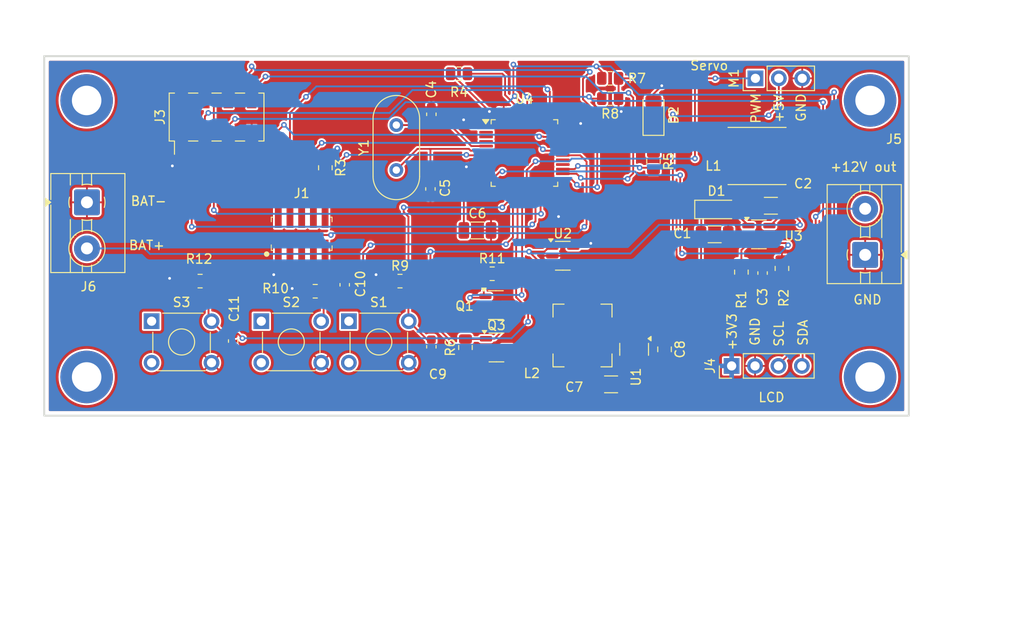
<source format=kicad_pcb>
(kicad_pcb (version 20240108) (generator "pcbnew") (generator_version "8.0")
  (layers (0 "F.Cu" signal) (31 "B.Cu" signal) (34 "B.Paste" user) (35 "F.Paste" user) (36 "B.SilkS" user "B.Silkscreen") (37 "F.SilkS" user "F.Silkscreen") (38 "B.Mask" user) (39 "F.Mask" user) (44 "Edge.Cuts" user))
  (net 0 "")
  (net 1 "GND")
  (net 2 "+12V")
  (net 3 "Net-(D1-A)")
  (net 4 "+3.3V")
  (net 5 "Net-(U3-FB)")
  (net 12 "/DBG_RX")
  (net 13 "/NRST")
  (net 15 "/DBG_TX")
  (net 33 "/SDA")
  (net 34 "/SCL")
  (net 35 "Net-(U4-PA5)")
  (net 36 "Net-(U4-PA6)")
  (net 37 "Net-(U4-PA7)")
  (net 38 "/Solenoid En")
  (net 39 "/SWCLK")
  (net 40 "/SWDIO")
  (net 41 "Net-(D2-K)")
  (net 42 "Net-(U4-BOOT0)")
  (net 43 "Net-(U4-PB14)")
  (net 44 "+BATT")
  (net 45 "Net-(U4-PD0)")
  (net 46 "Net-(U4-PD1)")
  (net 47 "+5V")
  (net 48 "Net-(U1-SW)")
  (net 49 "/Servo")
  (net 50 "Net-(J3-Pin_8)")
  (net 51 "Net-(J3-Pin_2)")
  (net 52 "Net-(J3-Pin_4)")
  (net 53 "Net-(J3-Pin_6)")
  (net 54 "/5V en")
  (net 56 "Net-(Q3-D)")
  (net 57 "Net-(Q1-D)")
  (footprint "2s_misc:SW_TH_Tactile_Omron_B3F-1052" (layer "F.Cu") (at 179.7 130.2)
    (property "Reference" "S1")
    (property "Value" "B3F-1056")
  )
  (footprint "2s_connectors:TerminalBlock_MaiXu_MX126-5.0-02P_1x02_P5.00mm" (layer "F.Cu") (at 232.4675 120.75 90)
    (property "Reference" "J5")
    (property "Value" "Screw_Terminal_01x02")
  )
  (footprint "Resistor_SMD:R_0805_2012Metric" (layer "F.Cu") (at 204.8 103.8 180)
    (property "Reference" "R8")
    (property "Value" "10k_0805")
  )
  (footprint "Crystal:Crystal_HC49-U_Vertical" (layer "F.Cu") (at 181.6 111.55 90)
    (property "Reference" "Y1")
    (property "Value" "8 MHz")
  )
  (footprint "2s_connectors:TerminalBlock_MaiXu_MX126-5.0-02P_1x02_P5.00mm" (layer "F.Cu") (at 148.0325 115.05 -90)
    (property "Reference" "J6")
    (property "Value" "Screw_Terminal_01x02")
  )
  (footprint "MountingHole:MountingHole_3.2mm_M3_ISO7380_Pad" (layer "F.Cu") (at 148 104)
    (property "Reference" "H1" (hide yes))
    (property "Value" "MountingHole")
  )
  (footprint "2s_connectors:PinHeader_2x5_P1.27_SMD" (layer "F.Cu") (at 171.33 118.465)
    (property "Reference" "J1")
    (property "Value" "2s_cortex-m-10-pin")
  )
  (footprint "Resistor_SMD:R_0805_2012Metric" (layer "F.Cu") (at 223.4375 122.225 90)
    (property "Reference" "R2")
    (property "Value" "13.3k_0805")
  )
  (footprint "Package_TO_SOT_SMD:SOT-23-3" (layer "F.Cu") (at 192.4 126.2)
    (property "Reference" "Q1")
    (property "Value" "BSS138")
  )
  (footprint "Resistor_SMD:R_0805_2012Metric" (layer "F.Cu") (at 173.9 111.3 -90)
    (property "Reference" "R3")
    (property "Value" "47k_0805")
  )
  (footprint "Resistor_SMD:R_0805_2012Metric" (layer "F.Cu") (at 209.5 110.6 -90)
    (property "Reference" "R5")
    (property "Value" "1.2k_0805")
  )
  (footprint "MountingHole:MountingHole_3.2mm_M3_ISO7380_Pad" (layer "F.Cu") (at 233 134)
    (property "Reference" "H3" (hide yes))
    (property "Value" "MountingHole")
  )
  (footprint "Capacitor_SMD:C_0603_1608Metric" (layer "F.Cu") (at 176 124 90)
    (property "Reference" "C10")
    (property "Value" "100nF_0603_16V")
  )
  (footprint "Resistor_SMD:R_0805_2012Metric" (layer "F.Cu") (at 182 123.6)
    (property "Reference" "R9")
    (property "Value" "10k_0805")
  )
  (footprint "LED_SMD:LED_1206_3216Metric" (layer "F.Cu") (at 209.5 105.5 90)
    (property "Reference" "D2")
    (property "Value" "Green LED")
  )
  (footprint "Connector_PinHeader_2.54mm:PinHeader_1x03_P2.54mm_Vertical" (layer "F.Cu") (at 220.56 101.6 90)
    (property "Reference" "M1")
    (property "Value" "Motor_Servo")
  )
  (footprint "Capacitor_SMD:C_1206_3216Metric" (layer "F.Cu") (at 216.1375 118.525)
    (property "Reference" "C1")
    (property "Value" "4.7uF_1206_lowESR")
  )
  (footprint "2s_misc:L_Taiyo-Yuden_NR-60xx" (layer "F.Cu") (at 220.7375 110.025 180)
    (property "Reference" "L1")
    (property "Value" "33uH")
  )
  (footprint "Capacitor_SMD:C_0603_1608Metric" (layer "F.Cu") (at 221.3375 122.725 90)
    (property "Reference" "C3")
    (property "Value" "220pF_0603_25V")
  )
  (footprint "Connector_PinHeader_2.54mm:PinHeader_1x04_P2.54mm_Vertical" (layer "F.Cu") (at 217.98 132.8 90)
    (property "Reference" "J4")
    (property "Value" "Conn_header_01x04_THT_2.54mm")
  )
  (footprint "Diode_SMD:D_SOD-123" (layer "F.Cu") (at 216.3375 115.825)
    (property "Reference" "D1")
    (property "Value" "MBR0520")
  )
  (footprint "Inductor_SMD:L_Bourns-SRN6028" (layer "F.Cu") (at 201.8 129.5 90)
    (property "Reference" "L2")
    (property "Value" "4.7 uH")
  )
  (footprint "MountingHole:MountingHole_3.2mm_M3_ISO7380_Pad" (layer "F.Cu") (at 233 104)
    (property "Reference" "H2" (hide yes))
    (property "Value" "MountingHole")
  )
  (footprint "Capacitor_SMD:C_0603_1608Metric" (layer "F.Cu") (at 185.4 130.725 -90)
    (property "Reference" "C9")
    (property "Value" "100nF_0603_16V")
  )
  (footprint "Capacitor_SMD:C_0603_1608Metric" (layer "F.Cu") (at 185.4 105.5 -90)
    (property "Reference" "C4")
    (property "Value" "12pF_0603_50V")
  )
  (footprint "2s_misc:SW_TH_Tactile_Omron_B3F-1052" (layer "F.Cu") (at 170.2 130.2)
    (property "Reference" "S2")
    (property "Value" "B3F-1056")
  )
  (footprint "Connector_PinHeader_2.54mm:PinHeader_2x04_P2.54mm_Vertical_SMD" (layer "F.Cu") (at 162.1 105.8 90)
    (property "Reference" "J3")
    (property "Value" "2x4 male header 2.54 mm")
  )
  (footprint "Capacitor_SMD:C_1206_3216Metric" (layer "F.Cu") (at 222.2375 115.425 180)
    (property "Reference" "C2")
    (property "Value" "2.2uF_1206_25V")
  )
  (footprint "Package_TO_SOT_SMD:SOT-23" (layer "F.Cu") (at 207.4 131 -90)
    (property "Reference" "U1")
    (property "Value" "TPS613222ADBZ")
  )
  (footprint "Package_TO_SOT_SMD:SOT-23-3" (layer "F.Cu") (at 192.4625 130.8)
    (property "Reference" "Q3")
    (property "Value" "DMG2305UX-13")
  )
  (footprint "MountingHole:MountingHole_3.2mm_M3_ISO7380_Pad" (layer "F.Cu") (at 148 134)
    (property "Reference" "H4" (hide yes))
    (property "Value" "MountingHole")
  )
  (footprint "Resistor_SMD:R_0805_2012Metric" (layer "F.Cu") (at 172.8 124.7)
    (property "Reference" "R10")
    (property "Value" "10k_0805")
  )
  (footprint "Capacitor_SMD:C_1206_3216Metric" (layer "F.Cu") (at 190.4 118.1)
    (property "Reference" "C6")
    (property "Value" "2.2uF_1206_25V")
  )
  (footprint "2s_misc:SW_TH_Tactile_Omron_B3F-1052" (layer "F.Cu") (at 158.3 130.2)
    (property "Reference" "S3")
    (property "Value" "B3F-1056")
  )
  (footprint "Capacitor_SMD:C_1206_3216Metric" (layer "F.Cu") (at 204.9 134.8)
    (property "Reference" "C7")
    (property "Value" "2.2uF_1206_25V")
  )
  (footprint "Resistor_SMD:R_0805_2012Metric" (layer "F.Cu") (at 189.1 130.8 90)
    (property "Reference" "R6")
    (property "Value" "47k_0805")
  )
  (footprint "Package_QFP:LQFP-48_7x7mm_P0.5mm" (layer "F.Cu") (at 195.5 109.7)
    (property "Reference" "U4")
    (property "Value" "STM32F103C8Tx")
  )
  (footprint "Package_TO_SOT_SMD:SOT-23-5" (layer "F.Cu") (at 220.9375 118.525)
    (property "Reference" "U3")
    (property "Value" "LM2733XMF")
  )
  (footprint "Resistor_SMD:R_0805_2012Metric" (layer "F.Cu") (at 219.0375 122.625 90)
    (property "Reference" "R1")
    (property "Value" "115k_0805")
  )
  (footprint "Resistor_SMD:R_0805_2012Metric" (layer "F.Cu") (at 204.8 101.6 180)
    (property "Reference" "R7")
    (property "Value" "10k_0805")
  )
  (footprint "Capacitor_SMD:C_0805_2012Metric" (layer "F.Cu") (at 210.7 131 -90)
    (property "Reference" "C8")
    (property "Value" "22uF_0805_6.3V")
  )
  (footprint "Resistor_SMD:R_0805_2012Metric" (layer "F.Cu") (at 192 122.8)
    (property "Reference" "R11")
    (property "Value" "47k_0805")
  )
  (footprint "Package_TO_SOT_SMD:SOT-23-5" (layer "F.Cu") (at 199.6625 120.85)
    (property "Reference" "U2")
    (property "Value" "TLV75533PDBVR")
  )
  (footprint "Capacitor_SMD:C_0603_1608Metric" (layer "F.Cu") (at 185.3 113.6 90)
    (property "Reference" "C5")
    (property "Value" "12pF_0603_50V")
  )
  (footprint "Capacitor_SMD:C_0603_1608Metric" (layer "F.Cu") (at 163.9 130.1 -90)
    (property "Reference" "C11")
    (property "Value" "100nF_0603_16V")
  )
  (footprint "Resistor_SMD:R_0805_2012Metric" (layer "F.Cu") (at 160.3125 123.6)
    (property "Reference" "R12")
    (property "Value" "10k_0805")
  )
  (footprint "Resistor_SMD:R_0805_2012Metric" (layer "F.Cu") (at 188.4 101.1)
    (property "Reference" "R4")
    (property "Value" "47k_0805")
  )
  (gr_rect (start 143.4 99.2) (end 237.2 138.2) (stroke (width 0.2)) (fill none) (layer "Edge.Cuts"))
  (gr_text "PWM" (at 221.2 106.6 90) (layer "F.SilkS") (effects (font (size 1 1)) (justify left bottom)))
  (gr_text "LCD" (at 220.8 136.8 0) (layer "F.SilkS") (effects (font (size 1 1)) (justify left bottom)))
  (gr_text "+12V out" (at 228.6 111.8 0) (layer "F.SilkS") (effects (font (size 1 1)) (justify left bottom)))
  (gr_text "GND" (at 226.1 106.4 90) (layer "F.SilkS") (effects (font (size 1 1)) (justify left bottom)))
  (gr_text "BAT+" (at 152.5 120.3 0) (layer "F.SilkS") (effects (font (size 1 1)) (justify left bottom)))
  (gr_text "SCL" (at 223.7 130.8 90) (layer "F.SilkS") (effects (font (size 1 1)) (justify left bottom)))
  (gr_text "SDA" (at 226.3 130.7 90) (layer "F.SilkS") (effects (font (size 1 1)) (justify left bottom)))
  (gr_text "GND" (at 221.1 130.7 90) (layer "F.SilkS") (effects (font (size 1 1)) (justify left bottom)))
  (gr_text "+5V" (at 223.7 106.5 90) (layer "F.SilkS") (effects (font (size 1 1)) (justify left bottom)))
  (gr_text "+3V3" (at 218.6 131.2 90) (layer "F.SilkS") (effects (font (size 1 1)) (justify left bottom)))
  (gr_text "BAT-" (at 152.7 115.5 0) (layer "F.SilkS") (effects (font (size 1 1)) (justify left bottom)))
  (gr_text "Servo" (at 213.4 100.8 0) (layer "F.SilkS") (effects (font (size 1 1)) (justify left bottom)))
  (gr_text "GND" (at 231.1 126.2 0) (layer "F.SilkS") (effects (font (size 1 1)) (justify left bottom)))
  (segment (start 220.462499 118.525) (end 219.8 118.525) (width 0.2) (layer "F.Cu") (net 1))
  (segment (start 222.609448 121.3125) (end 223.4375 121.3125) (width 0.2) (layer "F.Cu") (net 1))
  (segment (start 220.7625 115.425) (end 220.7625 118.225) (width 0.2) (layer "F.Cu") (net 1))
  (segment (start 206.375 132.9625) (end 207.4 131.9375) (width 0.2) (layer "F.Cu") (net 1))
  (segment (start 220.7625 118.225) (end 220.7625 119.465552) (width 0.2) (layer "F.Cu") (net 1))
  (segment (start 220.7625 119.465552) (end 222.609448 121.3125) (width 0.2) (layer "F.Cu") (net 1))
  (segment (start 220.7625 118.225) (end 220.7625 118.224999) (width 0.2) (layer "F.Cu") (net 1))
  (segment (start 220.7625 118.224999) (end 220.462499 118.525) (width 0.2) (layer "F.Cu") (net 1))
  (segment (start 206.375 134.8) (end 206.375 132.9625) (width 0.2) (layer "F.Cu") (net 1))
  (segment (start 219.8 118.525) (end 217.6125 118.525) (width 0.2) (layer "F.Cu") (net 1))
  (segment (start 214.6875 115.825) (end 214.6875 118.5) (width 0.2) (layer "F.Cu") (net 2))
  (segment (start 221.3375 123.5) (end 219.075 123.5) (width 0.2) (layer "F.Cu") (net 2))
  (segment (start 215.75 123.5375) (end 219.0375 123.5375) (width 0.2) (layer "F.Cu") (net 2))
  (segment (start 224.5 124.6) (end 222.4375 124.6) (width 0.2) (layer "F.Cu") (net 2))
  (segment (start 227.1 116.6) (end 227.1 122) (width 0.2) (layer "F.Cu") (net 2))
  (segment (start 222.4375 124.6) (end 221.3375 123.5) (width 0.2) (layer "F.Cu") (net 2))
  (segment (start 227.1 122) (end 224.5 124.6) (width 0.2) (layer "F.Cu") (net 2))
  (segment (start 214.6625 122.45) (end 215.75 123.5375) (width 0.2) (layer "F.Cu") (net 2))
  (segment (start 214.6875 118.5) (end 214.6625 118.525) (width 0.2) (layer "F.Cu") (net 2))
  (segment (start 219.075 123.5) (end 219.0375 123.5375) (width 0.2) (layer "F.Cu") (net 2))
  (segment (start 214.6625 118.525) (end 214.6625 122.45) (width 0.2) (layer "F.Cu") (net 2))
  (via (at 227.1 116.6) (size 0.6) (drill 0.3) (layers "F.Cu" "B.Cu") (net 2))
  (segment (start 232.4675 115.75) (end 227.95 115.75) (width 0.2) (layer "B.Cu") (net 2))
  (segment (start 227.95 115.75) (end 227.1 116.6) (width 0.2) (layer "B.Cu") (net 2))
  (segment (start 218.05 115.825) (end 217.9875 115.825) (width 0.2) (layer "F.Cu") (net 3))
  (segment (start 218.3875 116.1625) (end 218.3875 110.025) (width 0.2) (layer "F.Cu") (net 3))
  (segment (start 219.8 117.575) (end 218.3875 116.1625) (width 0.2) (layer "F.Cu") (net 3))
  (segment (start 219.8 117.575) (end 218.05 115.825) (width 0.2) (layer "F.Cu") (net 3))
  (segment (start 188.925 111.475) (end 189.2 111.2) (width 0.2) (layer "F.Cu") (net 4))
  (segment (start 187.6 101.1) (end 191.7 105.2) (width 0.2) (layer "F.Cu") (net 4))
  (segment (start 209.5 103.3) (end 210.4 102.4) (width 0.2) (layer "F.Cu") (net 4))
  (segment (start 192.0375 105.5375) (end 191.7 105.2) (width 0.2) (layer "F.Cu") (net 4))
  (segment (start 200.8 119.9) (end 202.3 119.9) (width 0.2) (layer "F.Cu") (net 4))
  (segment (start 205.7125 101.6) (end 206.9 101.6) (width 0.2) (layer "F.Cu") (net 4))
  (segment (start 198.25 115.65) (end 199.2 116.6) (width 0.2) (layer "F.Cu") (net 4))
  (segment (start 189.45 110.95) (end 189.2 111.2) (width 0.2) (layer "F.Cu") (net 4))
  (segment (start 170.6 124.7) (end 170.3 124.4) (width 0.2) (layer "F.Cu") (net 4))
  (segment (start 189.75 106.95) (end 188.9 106.1) (width 0.2) (layer "F.Cu") (net 4))
  (segment (start 192.75 105.5375) (end 192.0375 105.5375) (width 0.2) (layer "F.Cu") (net 4))
  (segment (start 206.9 101.6) (end 207.1 101.4) (width 0.2) (layer "F.Cu") (net 4))
  (segment (start 157.3 123.6) (end 157 123.3) (width 0.2) (layer "F.Cu") (net 4))
  (segment (start 205.7125 103.8) (end 205.7125 101.6) (width 0.2) (layer "F.Cu") (net 4))
  (segment (start 205.7125 104.9125) (end 206 105.2) (width 0.2) (layer "F.Cu") (net 4))
  (segment (start 174.0125 110.3875) (end 175.2 109.2) (width 0.2) (layer "F.Cu") (net 4))
  (segment (start 188.925 118.1) (end 188.925 111.475) (width 0.2) (layer "F.Cu") (net 4))
  (segment (start 191.3375 106.95) (end 189.75 106.95) (width 0.2) (layer "F.Cu") (net 4))
  (segment (start 168.79 122.41) (end 168.3 122.9) (width 0.2) (layer "F.Cu") (net 4))
  (segment (start 201.15 106.95) (end 201.6 106.5) (width 0.2) (layer "F.Cu") (net 4))
  (segment (start 168.79 120.5) (end 168.79 122.41) (width 0.2) (layer "F.Cu") (net 4))
  (segment (start 180.1 123.6) (end 179.4 122.9) (width 0.2) (layer "F.Cu") (net 4))
  (segment (start 209.5 104.1) (end 209.5 103.3) (width 0.2) (layer "F.Cu") (net 4))
  (segment (start 159.4 123.6) (end 157.3 123.6) (width 0.2) (layer "F.Cu") (net 4))
  (segment (start 199.6625 106.95) (end 201.15 106.95) (width 0.2) (layer "F.Cu") (net 4))
  (segment (start 198.25 113.8625) (end 198.25 115.65) (width 0.2) (layer "F.Cu") (net 4))
  (segment (start 202.3 119.9) (end 202.7 119.5) (width 0.2) (layer "F.Cu") (net 4))
  (segment (start 205.7125 103.8) (end 205.7125 104.9125) (width 0.2) (layer "F.Cu") (net 4))
  (segment (start 187.4875 101.1) (end 187.6 101.1) (width 0.2) (layer "F.Cu") (net 4))
  (segment (start 171.8875 124.7) (end 170.6 124.7) (width 0.2) (layer "F.Cu") (net 4))
  (segment (start 181.0875 123.6) (end 180.1 123.6) (width 0.2) (layer "F.Cu") (net 4))
  (segment (start 173.9 110.3875) (end 174.0125 110.3875) (width 0.2) (layer "F.Cu") (net 4))
  (segment (start 158.29 108.325) (end 158.29 110.11) (width 0.2) (layer "F.Cu") (net 4))
  (segment (start 158.29 110.11) (end 157.3 111.1) (width 0.2) (layer "F.Cu") (net 4))
  (segment (start 191.3375 110.95) (end 189.45 110.95) (width 0.2) (layer "F.Cu") (net 4))
  (via (at 179.4 122.9) (size 0.6) (drill 0.3) (layers "F.Cu" "B.Cu") (net 4))
  (via (at 202.7 119.5) (size 0.6) (drill 0.3) (layers "F.Cu" "B.Cu") (net 4))
  (via (at 170.3 124.4) (size 0.6) (drill 0.3) (layers "F.Cu" "B.Cu") (net 4))
  (via (at 206 105.2) (size 0.6) (drill 0.3) (layers "F.Cu" "B.Cu") (net 4))
  (via (at 175.2 109.2) (size 0.6) (drill 0.3) (layers "F.Cu" "B.Cu") (net 4))
  (via (at 207.1 101.4) (size 0.6) (drill 0.3) (layers "F.Cu" "B.Cu") (net 4))
  (via (at 199.2 116.6) (size 0.6) (drill 0.3) (layers "F.Cu" "B.Cu") (net 4))
  (via (at 201.6 106.5) (size 0.6) (drill 0.3) (layers "F.Cu" "B.Cu") (net 4))
  (via (at 191.7 105.2) (size 0.6) (drill 0.3) (layers "F.Cu" "B.Cu") (net 4))
  (via (at 157.3 111.1) (size 0.6) (drill 0.3) (layers "F.Cu" "B.Cu") (net 4))
  (via (at 157 123.3) (size 0.6) (drill 0.3) (layers "F.Cu" "B.Cu") (net 4))
  (via (at 188.9 106.1) (size 0.6) (drill 0.3) (layers "F.Cu" "B.Cu") (net 4))
  (via (at 189.2 111.2) (size 0.6) (drill 0.3) (layers "F.Cu" "B.Cu") (net 4))
  (via (at 168.3 122.9) (size 0.6) (drill 0.3) (layers "F.Cu" "B.Cu") (net 4))
  (via (at 210.4 102.4) (size 0.6) (drill 0.3) (layers "F.Cu" "B.Cu") (net 4))
  (segment (start 223.4375 123.1375) (end 222.525 123.1375) (width 0.2) (layer "F.Cu") (net 5))
  (segment (start 219.8 119.475) (end 219.0375 120.2375) (width 0.2) (layer "F.Cu") (net 5))
  (segment (start 220.825 121.7125) (end 219.0375 121.7125) (width 0.2) (layer "F.Cu") (net 5))
  (segment (start 219.0375 120.2375) (end 219.0375 121.7125) (width 0.2) (layer "F.Cu") (net 5))
  (segment (start 222.525 123.1375) (end 221.3375 121.95) (width 0.2) (layer "F.Cu") (net 5))
  (segment (start 221.0625 121.95) (end 220.825 121.7125) (width 0.2) (layer "F.Cu") (net 5))
  (segment (start 221.3375 121.95) (end 221.0625 121.95) (width 0.2) (layer "F.Cu") (net 5))
  (segment (start 197.5 109.3) (end 197.65 109.45) (width 0.2) (layer "F.Cu") (net 12))
  (segment (start 172.6 116.43) (end 172.6 109.5) (width 0.2) (layer "F.Cu") (net 12))
  (segment (start 197.65 109.45) (end 199.6625 109.45) (width 0.2) (layer "F.Cu") (net 12))
  (segment (start 172.6 109.5) (end 173.5 108.6) (width 0.2) (layer "F.Cu") (net 12))
  (via (at 173.5 108.6) (size 0.6) (drill 0.3) (layers "F.Cu" "B.Cu") (net 12))
  (via (at 197.5 109.3) (size 0.6) (drill 0.3) (layers "F.Cu" "B.Cu") (net 12))
  (segment (start 196.8 108.6) (end 197.5 109.3) (width 0.2) (layer "B.Cu") (net 12))
  (segment (start 173.5 108.6) (end 196.8 108.6) (width 0.2) (layer "B.Cu") (net 12))
  (segment (start 173.9 112.2125) (end 176.2 109.9125) (width 0.2) (layer "F.Cu") (net 13))
  (segment (start 189.2 109.9) (end 189.25 109.95) (width 0.2) (layer "F.Cu") (net 13))
  (segment (start 173.87 112.2425) (end 173.9 112.2125) (width 0.2) (layer "F.Cu") (net 13))
  (segment (start 173.87 116.43) (end 173.87 112.2425) (width 0.2) (layer "F.Cu") (net 13))
  (segment (start 189.25 109.95) (end 191.3375 109.95) (width 0.2) (layer "F.Cu") (net 13))
  (segment (start 176.2 109.9125) (end 176.2 109.9) (width 0.2) (layer "F.Cu") (net 13))
  (via (at 189.2 109.9) (size 0.6) (drill 0.3) (layers "F.Cu" "B.Cu") (net 13))
  (via (at 176.2 109.9) (size 0.6) (drill 0.3) (layers "F.Cu" "B.Cu") (net 13))
  (segment (start 176.2 109.9) (end 189.2 109.9) (width 0.2) (layer "B.Cu") (net 13))
  (segment (start 201.55 109.95) (end 199.6625 109.95) (width 0.2) (layer "F.Cu") (net 15))
  (segment (start 173.405 118.6) (end 174.5 118.6) (width 0.2) (layer "F.Cu") (net 15))
  (segment (start 202.241478 117.458522) (end 202.241478 110.641478) (width 0.2) (layer "F.Cu") (net 15))
  (segment (start 172.6 120.5) (end 172.6 119.405) (width 0.2) (layer "F.Cu") (net 15))
  (segment (start 202 117.7) (end 202.241478 117.458522) (width 0.2) (layer "F.Cu") (net 15))
  (segment (start 172.6 119.405) (end 173.405 118.6) (width 0.2) (layer "F.Cu") (net 15))
  (segment (start 202.241478 110.641478) (end 201.55 109.95) (width 0.2) (layer "F.Cu") (net 15))
  (via (at 174.5 118.6) (size 0.6) (drill 0.3) (layers "F.Cu" "B.Cu") (net 15))
  (via (at 202 117.7) (size 0.6) (drill 0.3) (layers "F.Cu" "B.Cu") (net 15))
  (segment (start 201.3 118.4) (end 202 117.7) (width 0.2) (layer "B.Cu") (net 15))
  (segment (start 174.5 118.6) (end 174.7 118.4) (width 0.2) (layer "B.Cu") (net 15))
  (segment (start 174.7 118.4) (end 201.3 118.4) (width 0.2) (layer "B.Cu") (net 15))
  (segment (start 163.37 108.325) (end 163.37 106.730002) (width 0.2) (layer "F.Cu") (net 33))
  (segment (start 203.8875 100.8875) (end 203.3 100.3) (width 0.2) (layer "F.Cu") (net 33))
  (segment (start 229.1 127.4) (end 229.1 103.1) (width 0.2) (layer "F.Cu") (net 33))
  (segment (start 195.25 104.33076) (end 194.443501 103.524261) (width 0.2) (layer "F.Cu") (net 33))
  (segment (start 195.25 105.5375) (end 195.25 104.33076) (width 0.2) (layer "F.Cu") (net 33))
  (segment (start 225.68 132.6) (end 225.68 130.82) (width 0.2) (layer "F.Cu") (net 33))
  (segment (start 225.68 130.82) (end 229.1 127.4) (width 0.2) (layer "F.Cu") (net 33))
  (segment (start 194.3 103.38076) (end 194.443501 103.524261) (width 0.2) (layer "F.Cu") (net 33))
  (segment (start 203.8875 101.6) (end 203.8875 100.8875) (width 0.2) (layer "F.Cu") (net 33))
  (segment (start 194.3 100.1) (end 194.3 103.38076) (width 0.2) (layer "F.Cu") (net 33))
  (segment (start 163.37 106.730002) (end 164.1 106.000002) (width 0.2) (layer "F.Cu") (net 33))
  (via (at 194.443501 103.524261) (size 0.6) (drill 0.3) (layers "F.Cu" "B.Cu") (net 33))
  (via (at 203.3 100.3) (size 0.6) (drill 0.3) (layers "F.Cu" "B.Cu") (net 33))
  (via (at 164.1 106.000002) (size 0.6) (drill 0.3) (layers "F.Cu" "B.Cu") (net 33))
  (via (at 194.3 100.1) (size 0.6) (drill 0.3) (layers "F.Cu" "B.Cu") (net 33))
  (via (at 229.1 103.1) (size 0.6) (drill 0.3) (layers "F.Cu" "B.Cu") (net 33))
  (segment (start 180.785073 106.000002) (end 182.599505 104.18557) (width 0.2) (layer "B.Cu") (net 33))
  (segment (start 164.1 106.000002) (end 180.785073 106.000002) (width 0.2) (layer "B.Cu") (net 33))
  (segment (start 182.599505 104.18557) (end 193.782192 104.18557) (width 0.2) (layer "B.Cu") (net 33))
  (segment (start 229.1 103.1) (end 228.825 103.375) (width 0.2) (layer "B.Cu") (net 33))
  (segment (start 228.825 103.375) (end 207.90429 103.375) (width 0.2) (layer "B.Cu") (net 33))
  (segment (start 193.782192 104.18557) (end 194.443501 103.524261) (width 0.2) (layer "B.Cu") (net 33))
  (segment (start 204.82929 100.3) (end 203.3 100.3) (width 0.2) (layer "B.Cu") (net 33))
  (segment (start 207.90429 103.375) (end 204.82929 100.3) (width 0.2) (layer "B.Cu") (net 33))
  (segment (start 194.5 100.3) (end 194.3 100.1) (width 0.2) (layer "B.Cu") (net 33))
  (segment (start 203.3 100.3) (end 194.5 100.3) (width 0.2) (layer "B.Cu") (net 33))
  (segment (start 223.14 132.6) (end 227.9 127.84) (width 0.2) (layer "F.Cu") (net 34))
  (segment (start 195.8 105.4875) (end 195.75 105.5375) (width 0.2) (layer "F.Cu") (net 34))
  (segment (start 160.83 105.720002) (end 161.2 105.350002) (width 0.2) (layer "F.Cu") (net 34))
  (segment (start 195.8 103.6) (end 195.8 105.4875) (width 0.2) (layer "F.Cu") (net 34))
  (segment (start 227.9 127.84) (end 227.9 104.2) (width 0.2) (layer "F.Cu") (net 34))
  (segment (start 203.8875 103.8) (end 202.7 103.8) (width 0.2) (layer "F.Cu") (net 34))
  (segment (start 160.83 108.325) (end 160.83 105.720002) (width 0.2) (layer "F.Cu") (net 34))
  (segment (start 202.7 103.8) (end 202.5 103.6) (width 0.2) (layer "F.Cu") (net 34))
  (via (at 202.5 103.6) (size 0.6) (drill 0.3) (layers "F.Cu" "B.Cu") (net 34))
  (via (at 195.8 103.6) (size 0.6) (drill 0.3) (layers "F.Cu" "B.Cu") (net 34))
  (via (at 161.2 105.350002) (size 0.6) (drill 0.3) (layers "F.Cu" "B.Cu") (net 34))
  (via (at 227.9 104.2) (size 0.6) (drill 0.3) (layers "F.Cu" "B.Cu") (net 34))
  (segment (start 195.074261 102.874261) (end 195.8 103.6) (width 0.2) (layer "B.Cu") (net 34))
  (segment (start 202.95 104.05) (end 202.5 103.6) (width 0.2) (layer "B.Cu") (net 34))
  (segment (start 180.869387 105.350002) (end 183.345128 102.874261) (width 0.2) (layer "B.Cu") (net 34))
  (segment (start 202.5 103.6) (end 195.8 103.6) (width 0.2) (layer "B.Cu") (net 34))
  (segment (start 183.345128 102.874261) (end 195.074261 102.874261) (width 0.2) (layer "B.Cu") (net 34))
  (segment (start 227.9 104.2) (end 227.75 104.05) (width 0.2) (layer "B.Cu") (net 34))
  (segment (start 227.75 104.05) (end 202.95 104.05) (width 0.2) (layer "B.Cu") (net 34))
  (segment (start 161.2 105.350002) (end 180.869387 105.350002) (width 0.2) (layer "B.Cu") (net 34))
  (segment (start 184.95 129.95) (end 182.95 127.95) (width 0.2) (layer "F.Cu") (net 35))
  (segment (start 182.9125 116.6125) (end 182.9125 123.6) (width 0.2) (layer "F.Cu") (net 35))
  (segment (start 193.75 113.8625) (end 193.75 114.95) (width 0.2) (layer "F.Cu") (net 35))
  (segment (start 185.4 129.95) (end 184.95 129.95) (width 0.2) (layer "F.Cu") (net 35))
  (segment (start 182.4 116.1) (end 182.9125 116.6125) (width 0.2) (layer "F.Cu") (net 35))
  (segment (start 182.9125 123.6) (end 182.9125 127.9125) (width 0.2) (layer "F.Cu") (net 35))
  (segment (start 182.4 115.6) (end 182.4 116.1) (width 0.2) (layer "F.Cu") (net 35))
  (segment (start 182.9125 127.9125) (end 182.95 127.95) (width 0.2) (layer "F.Cu") (net 35))
  (segment (start 193.75 114.95) (end 193.1 115.6) (width 0.2) (layer "F.Cu") (net 35))
  (via (at 182.4 115.6) (size 0.6) (drill 0.3) (layers "F.Cu" "B.Cu") (net 35))
  (via (at 193.1 115.6) (size 0.6) (drill 0.3) (layers "F.Cu" "B.Cu") (net 35))
  (segment (start 193.1 115.6) (end 182.4 115.6) (width 0.2) (layer "B.Cu") (net 35))
  (segment (start 173.7875 124.775) (end 173.7125 124.7) (width 0.2) (layer "F.Cu") (net 36))
  (segment (start 178 120.5) (end 178.8 119.7) (width 0.2) (layer "F.Cu") (net 36))
  (segment (start 178 124.7) (end 178 120.5) (width 0.2) (layer "F.Cu") (net 36))
  (segment (start 173.7125 124.7) (end 173.7125 127.6875) (width 0.2) (layer "F.Cu") (net 36))
  (segment (start 173.7125 127.6875) (end 173.45 127.95) (width 0.2) (layer "F.Cu") (net 36))
  (segment (start 174.7 124.775) (end 173.7875 124.775) (width 0.2) (layer "F.Cu") (net 36))
  (segment (start 176 124.775) (end 174.7 124.775) (width 0.2) (layer "F.Cu") (net 36))
  (segment (start 194.25 113.8625) (end 194.25 118.85) (width 0.2) (layer "F.Cu") (net 36))
  (segment (start 176 124.775) (end 177.925 124.775) (width 0.2) (layer "F.Cu") (net 36))
  (segment (start 194.25 118.85) (end 193.5 119.6) (width 0.2) (layer "F.Cu") (net 36))
  (segment (start 177.925 124.775) (end 178 124.7) (width 0.2) (layer "F.Cu") (net 36))
  (via (at 178.8 119.7) (size 0.6) (drill 0.3) (layers "F.Cu" "B.Cu") (net 36))
  (via (at 193.5 119.6) (size 0.6) (drill 0.3) (layers "F.Cu" "B.Cu") (net 36))
  (segment (start 178.9 119.6) (end 178.8 119.7) (width 0.2) (layer "B.Cu") (net 36))
  (segment (start 193.5 119.6) (end 178.9 119.6) (width 0.2) (layer "B.Cu") (net 36))
  (segment (start 162.925 129.325) (end 161.55 127.95) (width 0.2) (layer "F.Cu") (net 37))
  (segment (start 195.9 126.648529) (end 194.6 125.348529) (width 0.2) (layer "F.Cu") (net 37))
  (segment (start 163.9 129.325) (end 164.425 129.325) (width 0.2) (layer "F.Cu") (net 37))
  (segment (start 161.225 127.625) (end 161.55 127.95) (width 0.2) (layer "F.Cu") (net 37))
  (segment (start 163.9 129.325) (end 162.925 129.325) (width 0.2) (layer "F.Cu") (net 37))
  (segment (start 161.225 123.6) (end 161.225 127.625) (width 0.2) (layer "F.Cu") (net 37))
  (segment (start 194.6 119.065685) (end 194.75 118.915685) (width 0.2) (layer "F.Cu") (net 37))
  (segment (start 195.9 128) (end 195.9 126.648529) (width 0.2) (layer "F.Cu") (net 37))
  (segment (start 194.6 125.348529) (end 194.6 119.065685) (width 0.2) (layer "F.Cu") (net 37))
  (segment (start 194.75 118.915685) (end 194.75 113.8625) (width 0.2) (layer "F.Cu") (net 37))
  (segment (start 164.425 129.325) (end 164.9 129.8) (width 0.2) (layer "F.Cu") (net 37))
  (via (at 195.9 128) (size 0.6) (drill 0.3) (layers "F.Cu" "B.Cu") (net 37))
  (via (at 164.9 129.8) (size 0.6) (drill 0.3) (layers "F.Cu" "B.Cu") (net 37))
  (segment (start 194.1 129.8) (end 195.9 128) (width 0.2) (layer "B.Cu") (net 37))
  (segment (start 164.9 129.8) (end 194.1 129.8) (width 0.2) (layer "B.Cu") (net 37))
  (segment (start 192.85741 111.7) (end 193.1 111.7) (width 0.2) (layer "F.Cu") (net 38))
  (segment (start 224.1 119.7) (end 223.875 119.475) (width 0.2) (layer "F.Cu") (net 38))
  (segment (start 191.3375 112.45) (end 192.10741 112.45) (width 0.2) (layer "F.Cu") (net 38))
  (segment (start 212.4 112.1) (end 212.4 120.4) (width 0.2) (layer "F.Cu") (net 38))
  (segment (start 212.4 120.4) (end 212.6 120.6) (width 0.2) (layer "F.Cu") (net 38))
  (segment (start 223.875 119.475) (end 222.075 119.475) (width 0.2) (layer "F.Cu") (net 38))
  (segment (start 192.10741 112.45) (end 192.85741 111.7) (width 0.2) (layer "F.Cu") (net 38))
  (via (at 212.6 120.6) (size 0.6) (drill 0.3) (layers "F.Cu" "B.Cu") (net 38))
  (via (at 193.1 111.7) (size 0.6) (drill 0.3) (layers "F.Cu" "B.Cu") (net 38))
  (via (at 212.4 112.1) (size 0.6) (drill 0.3) (layers "F.Cu" "B.Cu") (net 38))
  (via (at 224.1 119.7) (size 0.6) (drill 0.3) (layers "F.Cu" "B.Cu") (net 38))
  (segment (start 207.480761 111.7) (end 207.880761 112.1) (width 0.2) (layer "B.Cu") (net 38))
  (segment (start 212.6 120.6) (end 223.2 120.6) (width 0.2) (layer "B.Cu") (net 38))
  (segment (start 193.1 111.7) (end 207.480761 111.7) (width 0.2) (layer "B.Cu") (net 38))
  (segment (start 223.2 120.6) (end 224.1 119.7) (width 0.2) (layer "B.Cu") (net 38))
  (segment (start 207.880761 112.1) (end 212.4 112.1) (width 0.2) (layer "B.Cu") (net 38))
  (segment (start 198.25 103.05) (end 198 102.8) (width 0.2) (layer "F.Cu") (net 39))
  (segment (start 198.25 105.5375) (end 198.25 103.05) (width 0.2) (layer "F.Cu") (net 39))
  (segment (start 170.06 116.43) (end 170.06 105.34) (width 0.2) (layer "F.Cu") (net 39))
  (segment (start 170.06 105.34) (end 171.8 103.6) (width 0.2) (layer "F.Cu") (net 39))
  (via (at 198 102.8) (size 0.6) (drill 0.3) (layers "F.Cu" "B.Cu") (net 39))
  (via (at 171.8 103.6) (size 0.6) (drill 0.3) (layers "F.Cu" "B.Cu") (net 39))
  (segment (start 197.674261 102.474261) (end 198 102.8) (width 0.2) (layer "B.Cu") (net 39))
  (segment (start 172.925739 102.474261) (end 197.674261 102.474261) (width 0.2) (layer "B.Cu") (net 39))
  (segment (start 171.8 103.6) (end 172.925739 102.474261) (width 0.2) (layer "B.Cu") (net 39))
  (segment (start 197.55 107.95) (end 199.6625 107.95) (width 0.2) (layer "F.Cu") (net 40))
  (segment (start 197.5 107.9) (end 197.55 107.95) (width 0.2) (layer "F.Cu") (net 40))
  (segment (start 197.1 107.9) (end 197.5 107.9) (width 0.2) (layer "F.Cu") (net 40))
  (segment (start 168.79 107.267489) (end 169.41 106.647489) (width 0.2) (layer "F.Cu") (net 40))
  (segment (start 168.79 116.43) (end 168.79 107.267489) (width 0.2) (layer "F.Cu") (net 40))
  (via (at 197.1 107.9) (size 0.6) (drill 0.3) (layers "F.Cu" "B.Cu") (net 40))
  (via (at 169.41 106.647489) (size 0.6) (drill 0.3) (layers "F.Cu" "B.Cu") (net 40))
  (segment (start 170.482511 107.72) (end 169.41 106.647489) (width 0.2) (layer "B.Cu") (net 40))
  (segment (start 197.1 107.9) (end 196.92 107.72) (width 0.2) (layer "B.Cu") (net 40))
  (segment (start 196.92 107.72) (end 170.482511 107.72) (width 0.2) (layer "B.Cu") (net 40))
  (segment (start 209.5 106.9) (end 209.5 109.6875) (width 0.2) (layer "F.Cu") (net 41))
  (segment (start 193.4 101.4) (end 193.1 101.1) (width 0.2) (layer "F.Cu") (net 42))
  (segment (start 193.4 103.4) (end 193.4 101.4) (width 0.2) (layer "F.Cu") (net 42))
  (segment (start 194.75 104.75) (end 193.4 103.4) (width 0.2) (layer "F.Cu") (net 42))
  (segment (start 194.75 105.5375) (end 194.75 104.75) (width 0.2) (layer "F.Cu") (net 42))
  (segment (start 193.1 101.1) (end 189.3125 101.1) (width 0.2) (layer "F.Cu") (net 42))
  (segment (start 209.2875 111.3) (end 209.5 111.5125) (width 0.2) (layer "F.Cu") (net 43))
  (segment (start 208 111.3) (end 209.2875 111.3) (width 0.2) (layer "F.Cu") (net 43))
  (segment (start 200.95 111.45) (end 201.3 111.1) (width 0.2) (layer "F.Cu") (net 43))
  (segment (start 200.95 111.45) (end 199.6625 111.45) (width 0.2) (layer "F.Cu") (net 43))
  (via (at 208 111.3) (size 0.6) (drill 0.3) (layers "F.Cu" "B.Cu") (net 43))
  (via (at 201.3 111.1) (size 0.6) (drill 0.3) (layers "F.Cu" "B.Cu") (net 43))
  (segment (start 201.3 111.1) (end 207.8 111.1) (width 0.2) (layer "B.Cu") (net 43))
  (segment (start 207.8 111.1) (end 208 111.3) (width 0.2) (layer "B.Cu") (net 43))
  (segment (start 222.1875 117.575) (end 222.075 117.575) (width 0.2) (layer "F.Cu") (net 44))
  (segment (start 189.1375 131.75) (end 189.1 131.7125) (width 0.2) (layer "F.Cu") (net 44))
  (segment (start 189.1 131.7125) (end 185.3 127.9125) (width 0.2) (layer "F.Cu") (net 44))
  (segment (start 223.0875 113.275) (end 223.7375 113.925) (width 0.2) (layer "F.Cu") (net 44))
  (segment (start 225.4 117.1125) (end 225.4 117.5) (width 0.2) (layer "F.Cu") (net 44))
  (segment (start 223.7125 115.425) (end 223.7125 116.05) (width 0.2) (layer "F.Cu") (net 44))
  (segment (start 198.171948 119.9) (end 197.671948 120.4) (width 0.2) (layer "F.Cu") (net 44))
  (segment (start 191.3625 131.75) (end 189.1375 131.75) (width 0.2) (layer "F.Cu") (net 44))
  (segment (start 198.525 121.8) (end 197.4 121.8) (width 0.2) (layer "F.Cu") (net 44))
  (segment (start 223.7125 115.425) (end 225.4 117.1125) (width 0.2) (layer "F.Cu") (net 44))
  (segment (start 223.0875 110.025) (end 223.0875 113.275) (width 0.2) (layer "F.Cu") (net 44))
  (segment (start 185.3 127.9125) (end 185.3 120.4) (width 0.2) (layer "F.Cu") (net 44))
  (segment (start 197.671948 120.4) (end 196 120.4) (width 0.2) (layer "F.Cu") (net 44))
  (segment (start 222 117.5) (end 222.075 117.575) (width 0.2) (layer "F.Cu") (net 44))
  (segment (start 223.7125 113.95) (end 223.7125 115.425) (width 0.2) (layer "F.Cu") (net 44))
  (segment (start 198.525 119.9) (end 198.171948 119.9) (width 0.2) (layer "F.Cu") (net 44))
  (segment (start 197.4 121.8) (end 196 120.4) (width 0.2) (layer "F.Cu") (net 44))
  (segment (start 223.7125 116.05) (end 222.1875 117.575) (width 0.2) (layer "F.Cu") (net 44))
  (segment (start 223.7375 113.925) (end 223.7125 113.95) (width 0.2) (layer "F.Cu") (net 44))
  (via (at 225.4 117.5) (size 0.6) (drill 0.3) (layers "F.Cu" "B.Cu") (net 44))
  (via (at 185.3 120.4) (size 0.6) (drill 0.3) (layers "F.Cu" "B.Cu") (net 44))
  (via (at 196 120.4) (size 0.6) (drill 0.3) (layers "F.Cu" "B.Cu") (net 44))
  (segment (start 154.2675 120.05) (end 148.0325 120.05) (width 0.2) (layer "B.Cu") (net 44))
  (segment (start 196.2 120.6) (end 196 120.4) (width 0.2) (layer "B.Cu") (net 44))
  (segment (start 210.1 117.5) (end 207 120.6) (width 0.2) (layer "B.Cu") (net 44))
  (segment (start 185.3 120.4) (end 185.05 120.65) (width 0.2) (layer "B.Cu") (net 44))
  (segment (start 154.8675 120.65) (end 154.2675 120.05) (width 0.2) (layer "B.Cu") (net 44))
  (segment (start 207 120.6) (end 196.2 120.6) (width 0.2) (layer "B.Cu") (net 44))
  (segment (start 196 120.4) (end 185.3 120.4) (width 0.2) (layer "B.Cu") (net 44))
  (segment (start 225.4 117.5) (end 210.1 117.5) (width 0.2) (layer "B.Cu") (net 44))
  (segment (start 185.05 120.65) (end 154.8675 120.65) (width 0.2) (layer "B.Cu") (net 44))
  (segment (start 191.3375 108.95) (end 189.734924 108.95) (width 0.2) (layer "F.Cu") (net 45))
  (segment (start 187.454924 106.67) (end 181.6 106.67) (width 0.2) (layer "F.Cu") (net 45))
  (segment (start 189.734924 108.95) (end 187.454924 106.67) (width 0.2) (layer "F.Cu") (net 45))
  (segment (start 185.3 112.825) (end 185.3 109.35) (width 0.2) (layer "F.Cu") (net 46))
  (segment (start 185.3 109.35) (end 185.2 109.25) (width 0.2) (layer "F.Cu") (net 46))
  (segment (start 189.469239 109.25) (end 189.669239 109.45) (width 0.2) (layer "F.Cu") (net 46))
  (segment (start 189.669239 109.45) (end 191.3375 109.45) (width 0.2) (layer "F.Cu") (net 46))
  (segment (start 181.6 111.55) (end 183.9 109.25) (width 0.2) (layer "F.Cu") (net 46))
  (segment (start 183.9 109.25) (end 185.2 109.25) (width 0.2) (layer "F.Cu") (net 46))
  (segment (start 185.2 109.25) (end 189.469239 109.25) (width 0.2) (layer "F.Cu") (net 46))
  (segment (start 211.6 129.15) (end 210.7 130.05) (width 0.2) (layer "F.Cu") (net 47))
  (segment (start 210.6875 130.0625) (end 210.7 130.05) (width 0.2) (layer "F.Cu") (net 47))
  (segment (start 211.6 105.5) (end 211.6 129.15) (width 0.2) (layer "F.Cu") (net 47))
  (segment (start 208.35 130.0625) (end 210.6875 130.0625) (width 0.2) (layer "F.Cu") (net 47))
  (segment (start 223.1 104.5) (end 222 105.6) (width 0.2) (layer "F.Cu") (net 47))
  (segment (start 223.1 101.6) (end 223.1 104.5) (width 0.2) (layer "F.Cu") (net 47))
  (via (at 211.6 105.5) (size 0.6) (drill 0.3) (layers "F.Cu" "B.Cu") (net 47))
  (via (at 222 105.6) (size 0.6) (drill 0.3) (layers "F.Cu" "B.Cu") (net 47))
  (segment (start 211.6 105.5) (end 211.8 105.7) (width 0.2) (layer "B.Cu") (net 47))
  (segment (start 211.8 105.7) (end 221.9 105.7) (width 0.2) (layer "B.Cu") (net 47))
  (segment (start 221.9 105.7) (end 222 105.6) (width 0.2) (layer "B.Cu") (net 47))
  (segment (start 206.45 130.0625) (end 203.5375 127.15) (width 0.2) (layer "F.Cu") (net 48))
  (segment (start 203.5375 127.15) (end 201.8 127.15) (width 0.2) (layer "F.Cu") (net 48))
  (segment (start 214 102.5) (end 214.899998 101.600002) (width 0.2) (layer "F.Cu") (net 49))
  (segment (start 214 110.3) (end 214 102.5) (width 0.2) (layer "F.Cu") (net 49))
  (segment (start 195.75 113.8625) (end 195.75 111.55) (width 0.2) (layer "F.Cu") (net 49))
  (segment (start 195.75 111.55) (end 196.7 110.6) (width 0.2) (layer "F.Cu") (net 49))
  (segment (start 214.899998 101.600002) (end 216.199998 101.600002) (width 0.2) (layer "F.Cu") (net 49))
  (via (at 216.199998 101.600002) (size 0.6) (drill 0.3) (layers "F.Cu" "B.Cu") (net 49))
  (via (at 196.7 110.6) (size 0.6) (drill 0.3) (layers "F.Cu" "B.Cu") (net 49))
  (via (at 214 110.3) (size 0.6) (drill 0.3) (layers "F.Cu" "B.Cu") (net 49))
  (segment (start 220.56 101.6) (end 216.2 101.6) (width 0.2) (layer "B.Cu") (net 49))
  (segment (start 196.7 110.6) (end 200.343644 110.6) (width 0.2) (layer "B.Cu") (net 49))
  (segment (start 200.343644 110.6) (end 200.630761 110.312883) (width 0.2) (layer "B.Cu") (net 49))
  (segment (start 200.630761 110.312883) (end 213.987117 110.312883) (width 0.2) (layer "B.Cu") (net 49))
  (segment (start 213.987117 110.312883) (end 214 110.3) (width 0.2) (layer "B.Cu") (net 49))
  (segment (start 216.2 101.6) (end 216.199998 101.600002) (width 0.2) (layer "B.Cu") (net 49))
  (segment (start 207.3 103.68995) (end 206.788014 103.177964) (width 0.2) (layer "F.Cu") (net 50))
  (segment (start 165.91 103.275) (end 165.91 102.89) (width 0.2) (layer "F.Cu") (net 50))
  (segment (start 165.91 102.89) (end 167.4 101.4) (width 0.2) (layer "F.Cu") (net 50))
  (segment (start 201.160901 111.95) (end 201.609645 112.398744) (width 0.2) (layer "F.Cu") (net 50))
  (segment (start 206.7 112.5) (end 207.3 111.9) (width 0.2) (layer "F.Cu") (net 50))
  (segment (start 199.6625 111.95) (end 201.160901 111.95) (width 0.2) (layer "F.Cu") (net 50))
  (segment (start 207.3 111.9) (end 207.3 103.68995) (width 0.2) (layer "F.Cu") (net 50))
  (via (at 167.4 101.4) (size 0.6) (drill 0.3) (layers "F.Cu" "B.Cu") (net 50))
  (via (at 206.7 112.5) (size 0.6) (drill 0.3) (layers "F.Cu" "B.Cu") (net 50))
  (via (at 201.609645 112.398744) (size 0.6) (drill 0.3) (layers "F.Cu" "B.Cu") (net 50))
  (via (at 206.788014 103.177964) (size 0.6) (drill 0.3) (layers "F.Cu" "B.Cu") (net 50))
  (segment (start 203.958725 103.177964) (end 206.788014 103.177964) (width 0.2) (layer "B.Cu") (net 50))
  (segment (start 167.4 101.4) (end 202.180761 101.4) (width 0.2) (layer "B.Cu") (net 50))
  (segment (start 201.710901 112.5) (end 201.609645 112.398744) (width 0.2) (layer "B.Cu") (net 50))
  (segment (start 202.180761 101.4) (end 203.958725 103.177964) (width 0.2) (layer "B.Cu") (net 50))
  (segment (start 206.7 112.5) (end 201.710901 112.5) (width 0.2) (layer "B.Cu") (net 50))
  (segment (start 196.7 113.9125) (end 196.7 117.1) (width 0.2) (layer "F.Cu") (net 51))
  (segment (start 196.7 117.1) (end 196.35 117.45) (width 0.2) (layer "F.Cu") (net 51))
  (segment (start 196.75 113.8625) (end 196.7 113.9125) (width 0.2) (layer "F.Cu") (net 51))
  (segment (start 159.4 104.385) (end 159.4 117.7) (width 0.2) (layer "F.Cu") (net 51))
  (segment (start 158.29 103.275) (end 159.4 104.385) (width 0.2) (layer "F.Cu") (net 51))
  (via (at 159.4 117.7) (size 0.6) (drill 0.3) (layers "F.Cu" "B.Cu") (net 51))
  (via (at 196.35 117.45) (size 0.6) (drill 0.3) (layers "F.Cu" "B.Cu") (net 51))
  (segment (start 159.4 117.7) (end 196.1 117.7) (width 0.2) (layer "B.Cu") (net 51))
  (segment (start 196.1 117.7) (end 196.35 117.45) (width 0.2) (layer "B.Cu") (net 51))
  (segment (start 197.25 113.8625) (end 197.25 116.25) (width 0.2) (layer "F.Cu") (net 52))
  (segment (start 160.83 103.275) (end 161.8 104.245) (width 0.2) (layer "F.Cu") (net 52))
  (segment (start 161.8 104.245) (end 161.8 115.9) (width 0.2) (layer "F.Cu") (net 52))
  (segment (start 197.25 116.25) (end 197.3 116.3) (width 0.2) (layer "F.Cu") (net 52))
  (via (at 161.8 115.9) (size 0.6) (drill 0.3) (layers "F.Cu" "B.Cu") (net 52))
  (via (at 197.3 116.3) (size 0.6) (drill 0.3) (layers "F.Cu" "B.Cu") (net 52))
  (segment (start 161.8 115.9) (end 162.2 116.3) (width 0.2) (layer "B.Cu") (net 52))
  (segment (start 162.2 116.3) (end 197.3 116.3) (width 0.2) (layer "B.Cu") (net 52))
  (segment (start 163.37 103.275) (end 165.9 100.745) (width 0.2) (layer "F.Cu") (net 53))
  (segment (start 200.49937 112.45) (end 201.183683 113.134313) (width 0.2) (layer "F.Cu") (net 53))
  (segment (start 203.4 105.419239) (end 203.4 113.4) (width 0.2) (layer "F.Cu") (net 53))
  (segment (start 202.6 100.9) (end 201.85 101.65) (width 0.2) (layer "F.Cu") (net 53))
  (segment (start 201.85 101.65) (end 201.85 103.869239) (width 0.2) (layer "F.Cu") (net 53))
  (segment (start 165.9 100.745) (end 165.9 100.3) (width 0.2) (layer "F.Cu") (net 53))
  (segment (start 199.6625 112.45) (end 200.49937 112.45) (width 0.2) (layer "F.Cu") (net 53))
  (segment (start 201.85 103.869239) (end 203.4 105.419239) (width 0.2) (layer "F.Cu") (net 53))
  (via (at 165.9 100.3) (size 0.6) (drill 0.3) (layers "F.Cu" "B.Cu") (net 53))
  (via (at 203.4 113.4) (size 0.6) (drill 0.3) (layers "F.Cu" "B.Cu") (net 53))
  (via (at 201.183683 113.134313) (size 0.6) (drill 0.3) (layers "F.Cu" "B.Cu") (net 53))
  (via (at 202.6 100.9) (size 0.6) (drill 0.3) (layers "F.Cu" "B.Cu") (net 53))
  (segment (start 165.9 100.3) (end 166.3 100.7) (width 0.2) (layer "B.Cu") (net 53))
  (segment (start 203.4 113.4) (end 201.44937 113.4) (width 0.2) (layer "B.Cu") (net 53))
  (segment (start 201.44937 113.4) (end 201.183683 113.134313) (width 0.2) (layer "B.Cu") (net 53))
  (segment (start 166.3 100.7) (end 202.4 100.7) (width 0.2) (layer "B.Cu") (net 53))
  (segment (start 202.4 100.7) (end 202.6 100.9) (width 0.2) (layer "B.Cu") (net 53))
  (segment (start 195.2 123.3) (end 195.2 125.1) (width 0.2) (layer "F.Cu") (net 54))
  (segment (start 191.0875 122.8) (end 191.0875 125.075) (width 0.2) (layer "F.Cu") (net 54))
  (segment (start 189.6 125.4) (end 191.1125 125.4) (width 0.2) (layer "F.Cu") (net 54))
  (segment (start 195.25 113.8625) (end 195.25 123.25) (width 0.2) (layer "F.Cu") (net 54))
  (segment (start 191.1125 125.4) (end 191.2625 125.25) (width 0.2) (layer "F.Cu") (net 54))
  (segment (start 195.25 123.25) (end 195.2 123.3) (width 0.2) (layer "F.Cu") (net 54))
  (segment (start 191.0875 125.075) (end 191.2625 125.25) (width 0.2) (layer "F.Cu") (net 54))
  (via (at 189.6 125.4) (size 0.6) (drill 0.3) (layers "F.Cu" "B.Cu") (net 54))
  (via (at 195.2 125.1) (size 0.6) (drill 0.3) (layers "F.Cu" "B.Cu") (net 54))
  (segment (start 189.9 125.1) (end 189.6 125.4) (width 0.2) (layer "B.Cu") (net 54))
  (segment (start 195.2 125.1) (end 189.9 125.1) (width 0.2) (layer "B.Cu") (net 54))
  (segment (start 196.8 130.8) (end 197.6 131.6) (width 0.2) (layer "F.Cu") (net 56))
  (segment (start 203.425 134.8) (end 203.425 133.475) (width 0.2) (layer "F.Cu") (net 56))
  (segment (start 201.55 131.6) (end 201.8 131.85) (width 0.2) (layer "F.Cu") (net 56))
  (segment (start 193.6375 130.8) (end 196.8 130.8) (width 0.2) (layer "F.Cu") (net 56))
  (segment (start 203.425 133.475) (end 201.8 131.85) (width 0.2) (layer "F.Cu") (net 56))
  (segment (start 197.6 131.6) (end 201.55 131.6) (width 0.2) (layer "F.Cu") (net 56))
  (segment (start 191.1125 129.8875) (end 189.1 129.8875) (width 0.2) (layer "F.Cu") (net 57))
  (segment (start 191.15 129.85) (end 191.1125 129.8875) (width 0.2) (layer "F.Cu") (net 57))
  (segment (start 193.5375 128.5625) (end 192.25 129.85) (width 0.2) (layer "F.Cu") (net 57))
  (segment (start 192.25 129.85) (end 191.3625 129.85) (width 0.2) (layer "F.Cu") (net 57))
  (segment (start 193.5375 126.2) (end 193.5375 128.5625) (width 0.2) (layer "F.Cu") (net 57))
  (segment (start 191.3625 129.85) (end 191.15 129.85) (width 0.2) (layer "F.Cu") (net 57))
  (zone (net 1) (net_name "GND") (layer "F.Cu") (connect_pads (clearance 0.2)) (min_thickness 0.2) (fill yes (thermal_gap 0.2) (thermal_bridge_width 0.2))
    (polygon (pts (xy 239.1 98.1) (xy 139.8 96.5) (xy 138.6 148.3) (xy 247.9 146.2) (xy 243 99.2)))
  )
  (zone (net 4) (net_name "+3.3V") (layer "B.Cu") (priority 1) (connect_pads (clearance 0.5)) (min_thickness 0.25) (fill yes (thermal_gap 0.5) (thermal_bridge_width 0.5))
    (polygon (pts (xy 243.3 94.8) (xy 139.7 93.1) (xy 139.5 160.8) (xy 247.9 154.1) (xy 249.7 98.9)))
  )
)
</source>
